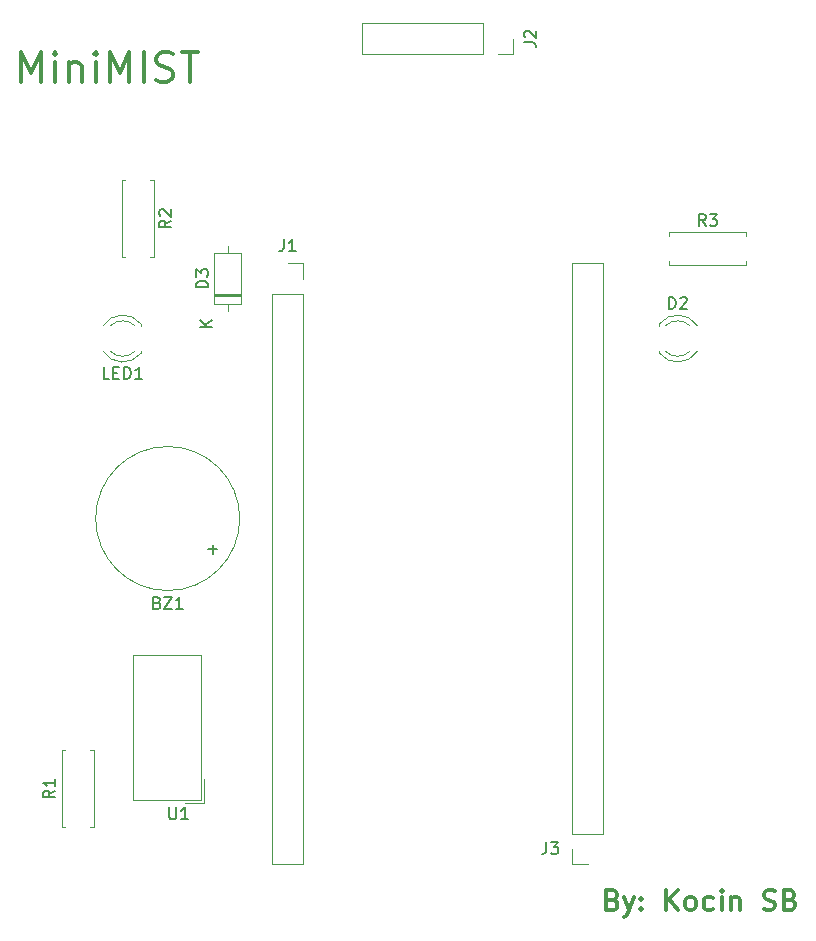
<source format=gbr>
%TF.GenerationSoftware,KiCad,Pcbnew,(6.0.5)*%
%TF.CreationDate,2022-08-03T18:34:55+02:00*%
%TF.ProjectId,Minimist1,4d696e69-6d69-4737-9431-2e6b69636164,rev?*%
%TF.SameCoordinates,Original*%
%TF.FileFunction,Legend,Top*%
%TF.FilePolarity,Positive*%
%FSLAX46Y46*%
G04 Gerber Fmt 4.6, Leading zero omitted, Abs format (unit mm)*
G04 Created by KiCad (PCBNEW (6.0.5)) date 2022-08-03 18:34:55*
%MOMM*%
%LPD*%
G01*
G04 APERTURE LIST*
%ADD10C,0.300000*%
%ADD11C,0.150000*%
%ADD12C,0.120000*%
G04 APERTURE END LIST*
D10*
X192617857Y-118623571D02*
X192860714Y-118704523D01*
X192941666Y-118785476D01*
X193022619Y-118947380D01*
X193022619Y-119190238D01*
X192941666Y-119352142D01*
X192860714Y-119433095D01*
X192698809Y-119514047D01*
X192051190Y-119514047D01*
X192051190Y-117814047D01*
X192617857Y-117814047D01*
X192779761Y-117895000D01*
X192860714Y-117975952D01*
X192941666Y-118137857D01*
X192941666Y-118299761D01*
X192860714Y-118461666D01*
X192779761Y-118542619D01*
X192617857Y-118623571D01*
X192051190Y-118623571D01*
X193589285Y-118380714D02*
X193994047Y-119514047D01*
X194398809Y-118380714D02*
X193994047Y-119514047D01*
X193832142Y-119918809D01*
X193751190Y-119999761D01*
X193589285Y-120080714D01*
X195046428Y-119352142D02*
X195127380Y-119433095D01*
X195046428Y-119514047D01*
X194965476Y-119433095D01*
X195046428Y-119352142D01*
X195046428Y-119514047D01*
X195046428Y-118461666D02*
X195127380Y-118542619D01*
X195046428Y-118623571D01*
X194965476Y-118542619D01*
X195046428Y-118461666D01*
X195046428Y-118623571D01*
X197151190Y-119514047D02*
X197151190Y-117814047D01*
X198122619Y-119514047D02*
X197394047Y-118542619D01*
X198122619Y-117814047D02*
X197151190Y-118785476D01*
X199094047Y-119514047D02*
X198932142Y-119433095D01*
X198851190Y-119352142D01*
X198770238Y-119190238D01*
X198770238Y-118704523D01*
X198851190Y-118542619D01*
X198932142Y-118461666D01*
X199094047Y-118380714D01*
X199336904Y-118380714D01*
X199498809Y-118461666D01*
X199579761Y-118542619D01*
X199660714Y-118704523D01*
X199660714Y-119190238D01*
X199579761Y-119352142D01*
X199498809Y-119433095D01*
X199336904Y-119514047D01*
X199094047Y-119514047D01*
X201117857Y-119433095D02*
X200955952Y-119514047D01*
X200632142Y-119514047D01*
X200470238Y-119433095D01*
X200389285Y-119352142D01*
X200308333Y-119190238D01*
X200308333Y-118704523D01*
X200389285Y-118542619D01*
X200470238Y-118461666D01*
X200632142Y-118380714D01*
X200955952Y-118380714D01*
X201117857Y-118461666D01*
X201846428Y-119514047D02*
X201846428Y-118380714D01*
X201846428Y-117814047D02*
X201765476Y-117895000D01*
X201846428Y-117975952D01*
X201927380Y-117895000D01*
X201846428Y-117814047D01*
X201846428Y-117975952D01*
X202655952Y-118380714D02*
X202655952Y-119514047D01*
X202655952Y-118542619D02*
X202736904Y-118461666D01*
X202898809Y-118380714D01*
X203141666Y-118380714D01*
X203303571Y-118461666D01*
X203384523Y-118623571D01*
X203384523Y-119514047D01*
X205408333Y-119433095D02*
X205651190Y-119514047D01*
X206055952Y-119514047D01*
X206217857Y-119433095D01*
X206298809Y-119352142D01*
X206379761Y-119190238D01*
X206379761Y-119028333D01*
X206298809Y-118866428D01*
X206217857Y-118785476D01*
X206055952Y-118704523D01*
X205732142Y-118623571D01*
X205570238Y-118542619D01*
X205489285Y-118461666D01*
X205408333Y-118299761D01*
X205408333Y-118137857D01*
X205489285Y-117975952D01*
X205570238Y-117895000D01*
X205732142Y-117814047D01*
X206136904Y-117814047D01*
X206379761Y-117895000D01*
X207675000Y-118623571D02*
X207917857Y-118704523D01*
X207998809Y-118785476D01*
X208079761Y-118947380D01*
X208079761Y-119190238D01*
X207998809Y-119352142D01*
X207917857Y-119433095D01*
X207755952Y-119514047D01*
X207108333Y-119514047D01*
X207108333Y-117814047D01*
X207675000Y-117814047D01*
X207836904Y-117895000D01*
X207917857Y-117975952D01*
X207998809Y-118137857D01*
X207998809Y-118299761D01*
X207917857Y-118461666D01*
X207836904Y-118542619D01*
X207675000Y-118623571D01*
X207108333Y-118623571D01*
X142538571Y-49390952D02*
X142538571Y-46890952D01*
X143371904Y-48676666D01*
X144205238Y-46890952D01*
X144205238Y-49390952D01*
X145395714Y-49390952D02*
X145395714Y-47724285D01*
X145395714Y-46890952D02*
X145276666Y-47010000D01*
X145395714Y-47129047D01*
X145514761Y-47010000D01*
X145395714Y-46890952D01*
X145395714Y-47129047D01*
X146586190Y-47724285D02*
X146586190Y-49390952D01*
X146586190Y-47962380D02*
X146705238Y-47843333D01*
X146943333Y-47724285D01*
X147300476Y-47724285D01*
X147538571Y-47843333D01*
X147657619Y-48081428D01*
X147657619Y-49390952D01*
X148848095Y-49390952D02*
X148848095Y-47724285D01*
X148848095Y-46890952D02*
X148729047Y-47010000D01*
X148848095Y-47129047D01*
X148967142Y-47010000D01*
X148848095Y-46890952D01*
X148848095Y-47129047D01*
X150038571Y-49390952D02*
X150038571Y-46890952D01*
X150871904Y-48676666D01*
X151705238Y-46890952D01*
X151705238Y-49390952D01*
X152895714Y-49390952D02*
X152895714Y-46890952D01*
X153967142Y-49271904D02*
X154324285Y-49390952D01*
X154919523Y-49390952D01*
X155157619Y-49271904D01*
X155276666Y-49152857D01*
X155395714Y-48914761D01*
X155395714Y-48676666D01*
X155276666Y-48438571D01*
X155157619Y-48319523D01*
X154919523Y-48200476D01*
X154443333Y-48081428D01*
X154205238Y-47962380D01*
X154086190Y-47843333D01*
X153967142Y-47605238D01*
X153967142Y-47367142D01*
X154086190Y-47129047D01*
X154205238Y-47010000D01*
X154443333Y-46890952D01*
X155038571Y-46890952D01*
X155395714Y-47010000D01*
X156110000Y-46890952D02*
X157538571Y-46890952D01*
X156824285Y-49390952D02*
X156824285Y-46890952D01*
D11*
%TO.C,BZ1*%
X154059047Y-93488571D02*
X154201904Y-93536190D01*
X154249523Y-93583809D01*
X154297142Y-93679047D01*
X154297142Y-93821904D01*
X154249523Y-93917142D01*
X154201904Y-93964761D01*
X154106666Y-94012380D01*
X153725714Y-94012380D01*
X153725714Y-93012380D01*
X154059047Y-93012380D01*
X154154285Y-93060000D01*
X154201904Y-93107619D01*
X154249523Y-93202857D01*
X154249523Y-93298095D01*
X154201904Y-93393333D01*
X154154285Y-93440952D01*
X154059047Y-93488571D01*
X153725714Y-93488571D01*
X154630476Y-93012380D02*
X155297142Y-93012380D01*
X154630476Y-94012380D01*
X155297142Y-94012380D01*
X156201904Y-94012380D02*
X155630476Y-94012380D01*
X155916190Y-94012380D02*
X155916190Y-93012380D01*
X155820952Y-93155238D01*
X155725714Y-93250476D01*
X155630476Y-93298095D01*
X158369047Y-88971428D02*
X159130952Y-88971428D01*
X158750000Y-89352380D02*
X158750000Y-88590476D01*
%TO.C,LED1*%
X150010952Y-74532380D02*
X149534761Y-74532380D01*
X149534761Y-73532380D01*
X150344285Y-74008571D02*
X150677619Y-74008571D01*
X150820476Y-74532380D02*
X150344285Y-74532380D01*
X150344285Y-73532380D01*
X150820476Y-73532380D01*
X151249047Y-74532380D02*
X151249047Y-73532380D01*
X151487142Y-73532380D01*
X151630000Y-73580000D01*
X151725238Y-73675238D01*
X151772857Y-73770476D01*
X151820476Y-73960952D01*
X151820476Y-74103809D01*
X151772857Y-74294285D01*
X151725238Y-74389523D01*
X151630000Y-74484761D01*
X151487142Y-74532380D01*
X151249047Y-74532380D01*
X152772857Y-74532380D02*
X152201428Y-74532380D01*
X152487142Y-74532380D02*
X152487142Y-73532380D01*
X152391904Y-73675238D01*
X152296666Y-73770476D01*
X152201428Y-73818095D01*
%TO.C,D2*%
X197381904Y-68612380D02*
X197381904Y-67612380D01*
X197620000Y-67612380D01*
X197762857Y-67660000D01*
X197858095Y-67755238D01*
X197905714Y-67850476D01*
X197953333Y-68040952D01*
X197953333Y-68183809D01*
X197905714Y-68374285D01*
X197858095Y-68469523D01*
X197762857Y-68564761D01*
X197620000Y-68612380D01*
X197381904Y-68612380D01*
X198334285Y-67707619D02*
X198381904Y-67660000D01*
X198477142Y-67612380D01*
X198715238Y-67612380D01*
X198810476Y-67660000D01*
X198858095Y-67707619D01*
X198905714Y-67802857D01*
X198905714Y-67898095D01*
X198858095Y-68040952D01*
X198286666Y-68612380D01*
X198905714Y-68612380D01*
%TO.C,R3*%
X200493333Y-61582380D02*
X200160000Y-61106190D01*
X199921904Y-61582380D02*
X199921904Y-60582380D01*
X200302857Y-60582380D01*
X200398095Y-60630000D01*
X200445714Y-60677619D01*
X200493333Y-60772857D01*
X200493333Y-60915714D01*
X200445714Y-61010952D01*
X200398095Y-61058571D01*
X200302857Y-61106190D01*
X199921904Y-61106190D01*
X200826666Y-60582380D02*
X201445714Y-60582380D01*
X201112380Y-60963333D01*
X201255238Y-60963333D01*
X201350476Y-61010952D01*
X201398095Y-61058571D01*
X201445714Y-61153809D01*
X201445714Y-61391904D01*
X201398095Y-61487142D01*
X201350476Y-61534761D01*
X201255238Y-61582380D01*
X200969523Y-61582380D01*
X200874285Y-61534761D01*
X200826666Y-61487142D01*
%TO.C,J3*%
X186991666Y-113752380D02*
X186991666Y-114466666D01*
X186944047Y-114609523D01*
X186848809Y-114704761D01*
X186705952Y-114752380D01*
X186610714Y-114752380D01*
X187372619Y-113752380D02*
X187991666Y-113752380D01*
X187658333Y-114133333D01*
X187801190Y-114133333D01*
X187896428Y-114180952D01*
X187944047Y-114228571D01*
X187991666Y-114323809D01*
X187991666Y-114561904D01*
X187944047Y-114657142D01*
X187896428Y-114704761D01*
X187801190Y-114752380D01*
X187515476Y-114752380D01*
X187420238Y-114704761D01*
X187372619Y-114657142D01*
%TO.C,R2*%
X155222380Y-61126666D02*
X154746190Y-61460000D01*
X155222380Y-61698095D02*
X154222380Y-61698095D01*
X154222380Y-61317142D01*
X154270000Y-61221904D01*
X154317619Y-61174285D01*
X154412857Y-61126666D01*
X154555714Y-61126666D01*
X154650952Y-61174285D01*
X154698571Y-61221904D01*
X154746190Y-61317142D01*
X154746190Y-61698095D01*
X154317619Y-60745714D02*
X154270000Y-60698095D01*
X154222380Y-60602857D01*
X154222380Y-60364761D01*
X154270000Y-60269523D01*
X154317619Y-60221904D01*
X154412857Y-60174285D01*
X154508095Y-60174285D01*
X154650952Y-60221904D01*
X155222380Y-60793333D01*
X155222380Y-60174285D01*
%TO.C,R1*%
X145402380Y-109386666D02*
X144926190Y-109720000D01*
X145402380Y-109958095D02*
X144402380Y-109958095D01*
X144402380Y-109577142D01*
X144450000Y-109481904D01*
X144497619Y-109434285D01*
X144592857Y-109386666D01*
X144735714Y-109386666D01*
X144830952Y-109434285D01*
X144878571Y-109481904D01*
X144926190Y-109577142D01*
X144926190Y-109958095D01*
X145402380Y-108434285D02*
X145402380Y-109005714D01*
X145402380Y-108720000D02*
X144402380Y-108720000D01*
X144545238Y-108815238D01*
X144640476Y-108910476D01*
X144688095Y-109005714D01*
%TO.C,U1*%
X155080595Y-110804880D02*
X155080595Y-111614404D01*
X155128214Y-111709642D01*
X155175833Y-111757261D01*
X155271071Y-111804880D01*
X155461547Y-111804880D01*
X155556785Y-111757261D01*
X155604404Y-111709642D01*
X155652023Y-111614404D01*
X155652023Y-110804880D01*
X156652023Y-111804880D02*
X156080595Y-111804880D01*
X156366309Y-111804880D02*
X156366309Y-110804880D01*
X156271071Y-110947738D01*
X156175833Y-111042976D01*
X156080595Y-111090595D01*
%TO.C,D3*%
X158352380Y-66778095D02*
X157352380Y-66778095D01*
X157352380Y-66540000D01*
X157400000Y-66397142D01*
X157495238Y-66301904D01*
X157590476Y-66254285D01*
X157780952Y-66206666D01*
X157923809Y-66206666D01*
X158114285Y-66254285D01*
X158209523Y-66301904D01*
X158304761Y-66397142D01*
X158352380Y-66540000D01*
X158352380Y-66778095D01*
X157352380Y-65873333D02*
X157352380Y-65254285D01*
X157733333Y-65587619D01*
X157733333Y-65444761D01*
X157780952Y-65349523D01*
X157828571Y-65301904D01*
X157923809Y-65254285D01*
X158161904Y-65254285D01*
X158257142Y-65301904D01*
X158304761Y-65349523D01*
X158352380Y-65444761D01*
X158352380Y-65730476D01*
X158304761Y-65825714D01*
X158257142Y-65873333D01*
X158672380Y-70111904D02*
X157672380Y-70111904D01*
X158672380Y-69540476D02*
X158100952Y-69969047D01*
X157672380Y-69540476D02*
X158243809Y-70111904D01*
%TO.C,J2*%
X185102380Y-46053333D02*
X185816666Y-46053333D01*
X185959523Y-46100952D01*
X186054761Y-46196190D01*
X186102380Y-46339047D01*
X186102380Y-46434285D01*
X185197619Y-45624761D02*
X185150000Y-45577142D01*
X185102380Y-45481904D01*
X185102380Y-45243809D01*
X185150000Y-45148571D01*
X185197619Y-45100952D01*
X185292857Y-45053333D01*
X185388095Y-45053333D01*
X185530952Y-45100952D01*
X186102380Y-45672380D01*
X186102380Y-45053333D01*
%TO.C,J1*%
X164766666Y-62722380D02*
X164766666Y-63436666D01*
X164719047Y-63579523D01*
X164623809Y-63674761D01*
X164480952Y-63722380D01*
X164385714Y-63722380D01*
X165766666Y-63722380D02*
X165195238Y-63722380D01*
X165480952Y-63722380D02*
X165480952Y-62722380D01*
X165385714Y-62865238D01*
X165290476Y-62960476D01*
X165195238Y-63008095D01*
D12*
%TO.C,BZ1*%
X161040000Y-86360000D02*
G75*
G03*
X161040000Y-86360000I-6100000J0D01*
G01*
%TO.C,LED1*%
X152690000Y-72356000D02*
X152690000Y-72200000D01*
X152690000Y-70040000D02*
X152690000Y-69884000D01*
X152170961Y-70040000D02*
G75*
G03*
X150088870Y-70040163I-1040961J-1080000D01*
G01*
X150088870Y-72199837D02*
G75*
G03*
X152170961Y-72200000I1041130J1079837D01*
G01*
X152690000Y-69884484D02*
G75*
G03*
X149457665Y-70041392I-1560000J-1235516D01*
G01*
X149457665Y-72198608D02*
G75*
G03*
X152690000Y-72355516I1672335J1078608D01*
G01*
%TO.C,D2*%
X196560000Y-69884000D02*
X196560000Y-70040000D01*
X196560000Y-72200000D02*
X196560000Y-72356000D01*
X197079039Y-72200000D02*
G75*
G03*
X199161130Y-72199837I1040961J1080000D01*
G01*
X199161130Y-70040163D02*
G75*
G03*
X197079039Y-70040000I-1041130J-1079837D01*
G01*
X196560000Y-72355516D02*
G75*
G03*
X199792335Y-72198608I1560000J1235516D01*
G01*
X199792335Y-70041392D02*
G75*
G03*
X196560000Y-69884484I-1672335J-1078608D01*
G01*
%TO.C,R3*%
X197390000Y-64870000D02*
X203930000Y-64870000D01*
X203930000Y-62130000D02*
X203930000Y-62460000D01*
X197390000Y-64540000D02*
X197390000Y-64870000D01*
X197390000Y-62460000D02*
X197390000Y-62130000D01*
X203930000Y-64870000D02*
X203930000Y-64540000D01*
X197390000Y-62130000D02*
X203930000Y-62130000D01*
%TO.C,J3*%
X189170000Y-113030000D02*
X189170000Y-64710000D01*
X191830000Y-113030000D02*
X189170000Y-113030000D01*
X191830000Y-64710000D02*
X189170000Y-64710000D01*
X189170000Y-115630000D02*
X189170000Y-114300000D01*
X191830000Y-113030000D02*
X191830000Y-64710000D01*
X190500000Y-115630000D02*
X189170000Y-115630000D01*
%TO.C,R2*%
X151030000Y-57690000D02*
X151030000Y-64230000D01*
X151360000Y-57690000D02*
X151030000Y-57690000D01*
X153770000Y-57690000D02*
X153770000Y-64230000D01*
X153440000Y-57690000D02*
X153770000Y-57690000D01*
X151030000Y-64230000D02*
X151360000Y-64230000D01*
X153770000Y-64230000D02*
X153440000Y-64230000D01*
%TO.C,R1*%
X148360000Y-112490000D02*
X148690000Y-112490000D01*
X145950000Y-112490000D02*
X145950000Y-105950000D01*
X148690000Y-105950000D02*
X148360000Y-105950000D01*
X148690000Y-112490000D02*
X148690000Y-105950000D01*
X146280000Y-112490000D02*
X145950000Y-112490000D01*
X145950000Y-105950000D02*
X146280000Y-105950000D01*
%TO.C,U1*%
X158002500Y-110452500D02*
X158002500Y-108452500D01*
X151962500Y-110172500D02*
X151962500Y-97912500D01*
X151962500Y-97912500D02*
X157722500Y-97912500D01*
X158002500Y-110452500D02*
X156392500Y-110452500D01*
X157722500Y-97912500D02*
X157722500Y-110162500D01*
X157712500Y-110172500D02*
X151972500Y-110172500D01*
%TO.C,D3*%
X158900000Y-67560000D02*
X161140000Y-67560000D01*
X158900000Y-67320000D02*
X161140000Y-67320000D01*
X161140000Y-63920000D02*
X158900000Y-63920000D01*
X160020000Y-63270000D02*
X160020000Y-63920000D01*
X158900000Y-67440000D02*
X161140000Y-67440000D01*
X161140000Y-68160000D02*
X161140000Y-63920000D01*
X158900000Y-68160000D02*
X161140000Y-68160000D01*
X158900000Y-63920000D02*
X158900000Y-68160000D01*
X160020000Y-68810000D02*
X160020000Y-68160000D01*
%TO.C,J2*%
X184210000Y-45720000D02*
X184210000Y-47050000D01*
X171390000Y-44390000D02*
X171390000Y-47050000D01*
X184210000Y-47050000D02*
X182880000Y-47050000D01*
X181610000Y-44390000D02*
X171390000Y-44390000D01*
X181610000Y-44390000D02*
X181610000Y-47050000D01*
X181610000Y-47050000D02*
X171390000Y-47050000D01*
%TO.C,J1*%
X166430000Y-67310000D02*
X166430000Y-115630000D01*
X163770000Y-115630000D02*
X166430000Y-115630000D01*
X163770000Y-67310000D02*
X166430000Y-67310000D01*
X163770000Y-67310000D02*
X163770000Y-115630000D01*
X165100000Y-64710000D02*
X166430000Y-64710000D01*
X166430000Y-64710000D02*
X166430000Y-66040000D01*
%TD*%
M02*

</source>
